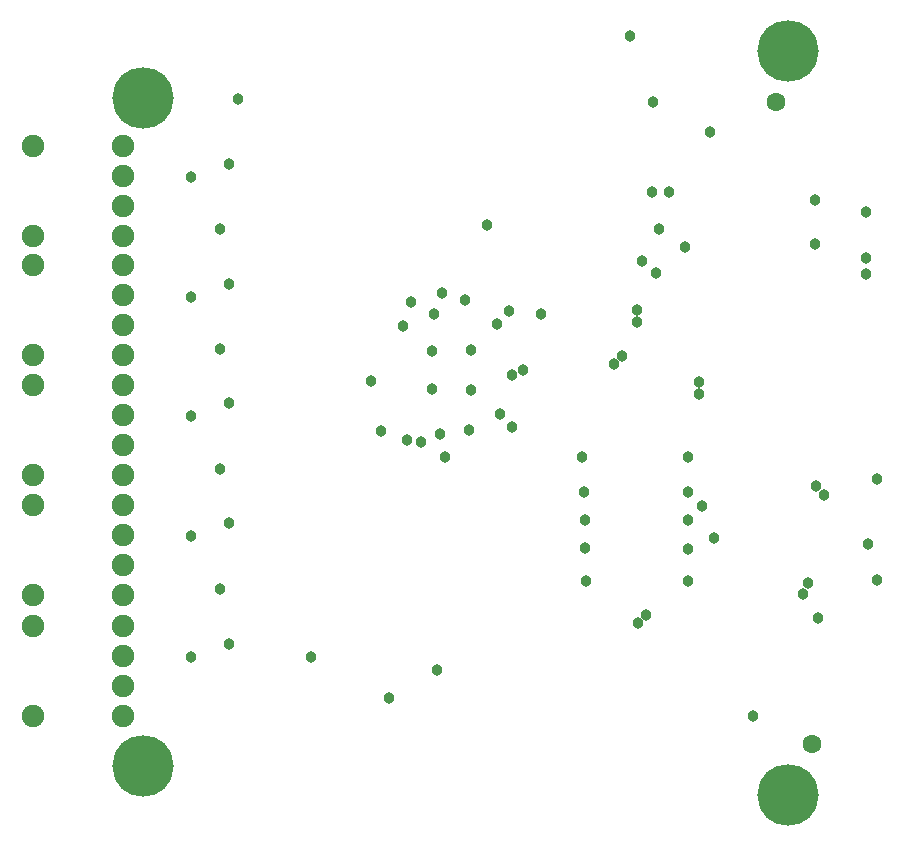
<source format=gbs>
G04 Layer_Color=16711935*
%FSLAX43Y43*%
%MOMM*%
G71*
G01*
G75*
%ADD56C,1.903*%
%ADD57C,5.203*%
%ADD58C,1.600*%
%ADD59C,0.965*%
D56*
X-56321Y47380D02*
D03*
Y49920D02*
D03*
Y52460D02*
D03*
Y55000D02*
D03*
X-63941Y47380D02*
D03*
Y55000D02*
D03*
X-56321Y37230D02*
D03*
Y39770D02*
D03*
Y42310D02*
D03*
Y44850D02*
D03*
X-63941Y37230D02*
D03*
Y44850D02*
D03*
X-56321Y27100D02*
D03*
Y29640D02*
D03*
Y32180D02*
D03*
Y34720D02*
D03*
X-63941Y27100D02*
D03*
Y34720D02*
D03*
X-56321Y16930D02*
D03*
Y19470D02*
D03*
Y22010D02*
D03*
Y24550D02*
D03*
X-63941Y16930D02*
D03*
Y24550D02*
D03*
X-56321Y6730D02*
D03*
Y9270D02*
D03*
Y11810D02*
D03*
Y14350D02*
D03*
X-63941Y6730D02*
D03*
Y14350D02*
D03*
D57*
X0Y63000D02*
D03*
X-54600Y2500D02*
D03*
Y59050D02*
D03*
X0Y0D02*
D03*
D58*
X-1048Y58682D02*
D03*
X2000Y4300D02*
D03*
D59*
X-10900Y47900D02*
D03*
X-25502Y48260D02*
D03*
X-20930Y40767D02*
D03*
X-26797Y37694D02*
D03*
X-26848Y34341D02*
D03*
X-30150Y34366D02*
D03*
Y37643D02*
D03*
X-34468Y30810D02*
D03*
X-29693Y10566D02*
D03*
X-13335Y64313D02*
D03*
X-6604Y56185D02*
D03*
X-12750Y41108D02*
D03*
Y40092D02*
D03*
X-11405Y58674D02*
D03*
X-27356Y41910D02*
D03*
X-23647Y40996D02*
D03*
X-32600Y39700D02*
D03*
X-31877Y41783D02*
D03*
X-31039Y29870D02*
D03*
X-7250Y24500D02*
D03*
X2500Y15000D02*
D03*
X2336Y26164D02*
D03*
X-7500Y35016D02*
D03*
X3026Y25417D02*
D03*
X-7500Y34000D02*
D03*
X1250Y17000D02*
D03*
X1718Y17968D02*
D03*
X7500Y26750D02*
D03*
Y18250D02*
D03*
X-6250Y21750D02*
D03*
X6750Y21250D02*
D03*
X-24600Y39900D02*
D03*
X-8500Y28600D02*
D03*
Y25700D02*
D03*
X-12000Y15250D02*
D03*
X-12718Y14532D02*
D03*
X-14032Y37218D02*
D03*
X-14750Y36500D02*
D03*
X-35300Y35100D02*
D03*
X-32250Y30100D02*
D03*
X-23400Y31200D02*
D03*
X-3000Y6700D02*
D03*
X-8500Y23300D02*
D03*
Y20800D02*
D03*
Y18100D02*
D03*
X-17200Y23300D02*
D03*
X-17400Y28600D02*
D03*
X-17100Y18100D02*
D03*
X-17200Y20900D02*
D03*
X-17300Y25700D02*
D03*
X-33800Y8200D02*
D03*
X-27000Y30900D02*
D03*
X-22400Y36000D02*
D03*
X-29300Y42500D02*
D03*
X-30000Y40700D02*
D03*
X-23400Y35600D02*
D03*
X-24400Y32300D02*
D03*
X-29500Y30600D02*
D03*
X-29000Y28600D02*
D03*
X-11150Y44200D02*
D03*
X-12400Y45200D02*
D03*
X6600Y44100D02*
D03*
Y45500D02*
D03*
X-8700Y46400D02*
D03*
X2300Y46700D02*
D03*
X-11500Y51100D02*
D03*
X6600Y49400D02*
D03*
X-10100Y51100D02*
D03*
X2300Y50400D02*
D03*
X-48100Y17450D02*
D03*
X-47300Y23000D02*
D03*
X-50530Y21900D02*
D03*
X-48100Y27620D02*
D03*
X-47300Y33170D02*
D03*
X-50530Y32070D02*
D03*
X-48100Y37750D02*
D03*
X-47300Y43300D02*
D03*
X-50530Y42200D02*
D03*
X-48100Y47900D02*
D03*
X-46600Y58900D02*
D03*
X-47300Y53450D02*
D03*
X-50530Y52350D02*
D03*
X-47300Y12800D02*
D03*
X-40400Y11700D02*
D03*
X-50530D02*
D03*
M02*

</source>
